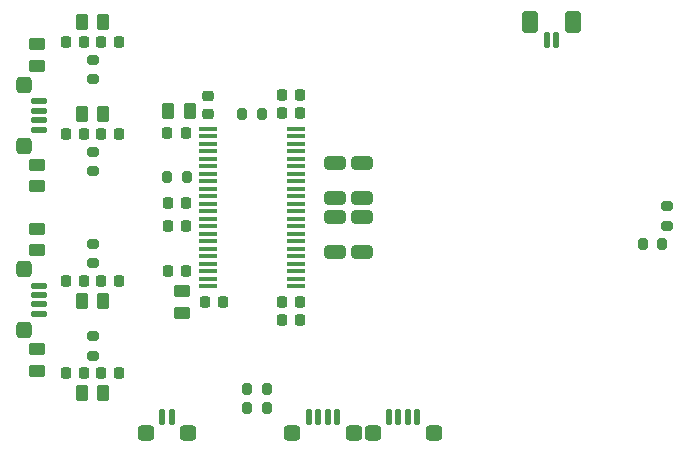
<source format=gbr>
%TF.GenerationSoftware,KiCad,Pcbnew,8.0.4*%
%TF.CreationDate,2024-08-11T01:12:06+02:00*%
%TF.ProjectId,PowerAmplifier,506f7765-7241-46d7-906c-69666965722e,rev?*%
%TF.SameCoordinates,Original*%
%TF.FileFunction,Paste,Top*%
%TF.FilePolarity,Positive*%
%FSLAX46Y46*%
G04 Gerber Fmt 4.6, Leading zero omitted, Abs format (unit mm)*
G04 Created by KiCad (PCBNEW 8.0.4) date 2024-08-11 01:12:06*
%MOMM*%
%LPD*%
G01*
G04 APERTURE LIST*
G04 Aperture macros list*
%AMRoundRect*
0 Rectangle with rounded corners*
0 $1 Rounding radius*
0 $2 $3 $4 $5 $6 $7 $8 $9 X,Y pos of 4 corners*
0 Add a 4 corners polygon primitive as box body*
4,1,4,$2,$3,$4,$5,$6,$7,$8,$9,$2,$3,0*
0 Add four circle primitives for the rounded corners*
1,1,$1+$1,$2,$3*
1,1,$1+$1,$4,$5*
1,1,$1+$1,$6,$7*
1,1,$1+$1,$8,$9*
0 Add four rect primitives between the rounded corners*
20,1,$1+$1,$2,$3,$4,$5,0*
20,1,$1+$1,$4,$5,$6,$7,0*
20,1,$1+$1,$6,$7,$8,$9,0*
20,1,$1+$1,$8,$9,$2,$3,0*%
G04 Aperture macros list end*
%ADD10RoundRect,0.200000X0.200000X0.275000X-0.200000X0.275000X-0.200000X-0.275000X0.200000X-0.275000X0*%
%ADD11RoundRect,0.200000X-0.275000X0.200000X-0.275000X-0.200000X0.275000X-0.200000X0.275000X0.200000X0*%
%ADD12RoundRect,0.200000X-0.200000X-0.275000X0.200000X-0.275000X0.200000X0.275000X-0.200000X0.275000X0*%
%ADD13RoundRect,0.250000X0.262500X0.450000X-0.262500X0.450000X-0.262500X-0.450000X0.262500X-0.450000X0*%
%ADD14RoundRect,0.200000X0.275000X-0.200000X0.275000X0.200000X-0.275000X0.200000X-0.275000X-0.200000X0*%
%ADD15RoundRect,0.225000X0.225000X0.250000X-0.225000X0.250000X-0.225000X-0.250000X0.225000X-0.250000X0*%
%ADD16RoundRect,0.250000X0.450000X-0.262500X0.450000X0.262500X-0.450000X0.262500X-0.450000X-0.262500X0*%
%ADD17RoundRect,0.125000X-0.525000X0.125000X-0.525000X-0.125000X0.525000X-0.125000X0.525000X0.125000X0*%
%ADD18RoundRect,0.325000X-0.325000X0.375000X-0.325000X-0.375000X0.325000X-0.375000X0.325000X0.375000X0*%
%ADD19RoundRect,0.225000X-0.225000X-0.250000X0.225000X-0.250000X0.225000X0.250000X-0.225000X0.250000X0*%
%ADD20RoundRect,0.125000X-0.125000X-0.525000X0.125000X-0.525000X0.125000X0.525000X-0.125000X0.525000X0*%
%ADD21RoundRect,0.325000X-0.375000X-0.325000X0.375000X-0.325000X0.375000X0.325000X-0.375000X0.325000X0*%
%ADD22RoundRect,0.250000X0.650000X-0.325000X0.650000X0.325000X-0.650000X0.325000X-0.650000X-0.325000X0*%
%ADD23RoundRect,0.250000X-0.450000X0.262500X-0.450000X-0.262500X0.450000X-0.262500X0.450000X0.262500X0*%
%ADD24RoundRect,0.250000X-0.650000X0.325000X-0.650000X-0.325000X0.650000X-0.325000X0.650000X0.325000X0*%
%ADD25RoundRect,0.225000X0.250000X-0.225000X0.250000X0.225000X-0.250000X0.225000X-0.250000X-0.225000X0*%
%ADD26R,1.600000X0.400000*%
%ADD27RoundRect,0.125000X0.125000X0.525000X-0.125000X0.525000X-0.125000X-0.525000X0.125000X-0.525000X0*%
%ADD28RoundRect,0.350000X0.350000X0.600000X-0.350000X0.600000X-0.350000X-0.600000X0.350000X-0.600000X0*%
G04 APERTURE END LIST*
D10*
%TO.C,TH1*%
X110825000Y-92100000D03*
X109175000Y-92100000D03*
%TD*%
D11*
%TO.C,R23*%
X96500000Y-103075000D03*
X96500000Y-104725000D03*
%TD*%
D12*
%TO.C,R38*%
X143075000Y-103100000D03*
X144725000Y-103100000D03*
%TD*%
D13*
%TO.C,R21*%
X97412500Y-115700000D03*
X95587500Y-115700000D03*
%TD*%
%TO.C,R24*%
X97412500Y-107900000D03*
X95587500Y-107900000D03*
%TD*%
D14*
%TO.C,R22*%
X96500000Y-112525000D03*
X96500000Y-110875000D03*
%TD*%
D15*
%TO.C,C39*%
X95775000Y-114000000D03*
X94225000Y-114000000D03*
%TD*%
%TO.C,C36*%
X114075000Y-109500000D03*
X112525000Y-109500000D03*
%TD*%
D16*
%TO.C,R9*%
X91800000Y-98212500D03*
X91800000Y-96387500D03*
%TD*%
D15*
%TO.C,C8*%
X114075000Y-92000000D03*
X112525000Y-92000000D03*
%TD*%
D17*
%TO.C,J2*%
X92000000Y-93400000D03*
X92000000Y-92600000D03*
X92000000Y-91800000D03*
X92000000Y-91000000D03*
D18*
X90700000Y-89600000D03*
X90700000Y-94800000D03*
%TD*%
D16*
%TO.C,R19*%
X104100000Y-108912500D03*
X104100000Y-107087500D03*
%TD*%
D11*
%TO.C,R39*%
X145100000Y-99875000D03*
X145100000Y-101525000D03*
%TD*%
D17*
%TO.C,J6*%
X92000000Y-109000000D03*
X92000000Y-108200000D03*
X92000000Y-107400000D03*
X92000000Y-106600000D03*
D18*
X90700000Y-105200000D03*
X90700000Y-110400000D03*
%TD*%
D15*
%TO.C,C3*%
X95775000Y-86000000D03*
X94225000Y-86000000D03*
%TD*%
%TO.C,C41*%
X95775000Y-106200000D03*
X94225000Y-106200000D03*
%TD*%
%TO.C,C1*%
X95775000Y-93800000D03*
X94225000Y-93800000D03*
%TD*%
D13*
%TO.C,R1*%
X97412500Y-92100000D03*
X95587500Y-92100000D03*
%TD*%
D19*
%TO.C,C22*%
X102875000Y-101600000D03*
X104425000Y-101600000D03*
%TD*%
D14*
%TO.C,R3*%
X96500000Y-89125000D03*
X96500000Y-87475000D03*
%TD*%
D20*
%TO.C,J14*%
X124000000Y-117750000D03*
X123200000Y-117750000D03*
X122400000Y-117750000D03*
X121600000Y-117750000D03*
D21*
X120200000Y-119050000D03*
X125400000Y-119050000D03*
%TD*%
D22*
%TO.C,C25*%
X119300000Y-103775000D03*
X119300000Y-100825000D03*
%TD*%
D15*
%TO.C,C37*%
X114075000Y-108000000D03*
X112525000Y-108000000D03*
%TD*%
%TO.C,C6*%
X104375000Y-93700000D03*
X102825000Y-93700000D03*
%TD*%
D20*
%TO.C,J10*%
X117200000Y-117750000D03*
X116400000Y-117750000D03*
X115600000Y-117750000D03*
X114800000Y-117750000D03*
D21*
X113400000Y-119050000D03*
X118600000Y-119050000D03*
%TD*%
D23*
%TO.C,R15*%
X91800000Y-101787500D03*
X91800000Y-103612500D03*
%TD*%
D19*
%TO.C,C34*%
X102875000Y-105400000D03*
X104425000Y-105400000D03*
%TD*%
D15*
%TO.C,C9*%
X114075000Y-90500000D03*
X112525000Y-90500000D03*
%TD*%
D23*
%TO.C,R7*%
X91800000Y-86187500D03*
X91800000Y-88012500D03*
%TD*%
D13*
%TO.C,R4*%
X97412500Y-84300000D03*
X95587500Y-84300000D03*
%TD*%
D12*
%TO.C,R40*%
X109575000Y-117000000D03*
X111225000Y-117000000D03*
%TD*%
D13*
%TO.C,R5*%
X104712500Y-91800000D03*
X102887500Y-91800000D03*
%TD*%
D15*
%TO.C,C42*%
X98775000Y-106200000D03*
X97225000Y-106200000D03*
%TD*%
D22*
%TO.C,C30*%
X117000000Y-103775000D03*
X117000000Y-100825000D03*
%TD*%
D24*
%TO.C,C20*%
X117000000Y-96225000D03*
X117000000Y-99175000D03*
%TD*%
D16*
%TO.C,R16*%
X91800000Y-113812500D03*
X91800000Y-111987500D03*
%TD*%
D19*
%TO.C,C38*%
X106025000Y-108000000D03*
X107575000Y-108000000D03*
%TD*%
D24*
%TO.C,C18*%
X119300000Y-96225000D03*
X119300000Y-99175000D03*
%TD*%
D19*
%TO.C,C21*%
X102875000Y-99650000D03*
X104425000Y-99650000D03*
%TD*%
D15*
%TO.C,C2*%
X98775000Y-93800000D03*
X97225000Y-93800000D03*
%TD*%
D25*
%TO.C,C7*%
X106300000Y-92075000D03*
X106300000Y-90525000D03*
%TD*%
D20*
%TO.C,J12*%
X103200000Y-117750000D03*
X102400000Y-117750000D03*
D21*
X101000000Y-119050000D03*
X104600000Y-119050000D03*
%TD*%
D10*
%TO.C,R42*%
X111225000Y-115400000D03*
X109575000Y-115400000D03*
%TD*%
%TO.C,R11*%
X104475000Y-97450000D03*
X102825000Y-97450000D03*
%TD*%
D26*
%TO.C,U1*%
X106250000Y-93332500D03*
X106250000Y-93967500D03*
X106250000Y-94602500D03*
X106250000Y-95237500D03*
X106250000Y-95872500D03*
X106250000Y-96507500D03*
X106250000Y-97142500D03*
X106250000Y-97777500D03*
X106250000Y-98412500D03*
X106250000Y-99047500D03*
X106250000Y-99682500D03*
X106250000Y-100317500D03*
X106250000Y-100952500D03*
X106250000Y-101587500D03*
X106250000Y-102222500D03*
X106250000Y-102857500D03*
X106250000Y-103492500D03*
X106250000Y-104127500D03*
X106250000Y-104762500D03*
X106250000Y-105397500D03*
X106250000Y-106032500D03*
X106250000Y-106667500D03*
X113750000Y-106667500D03*
X113750000Y-106032500D03*
X113750000Y-105397500D03*
X113750000Y-104762500D03*
X113750000Y-104127500D03*
X113750000Y-103492500D03*
X113750000Y-102857500D03*
X113750000Y-102222500D03*
X113750000Y-101587500D03*
X113750000Y-100952500D03*
X113750000Y-100317500D03*
X113750000Y-99682500D03*
X113750000Y-99047500D03*
X113750000Y-98412500D03*
X113750000Y-97777500D03*
X113750000Y-97142500D03*
X113750000Y-96507500D03*
X113750000Y-95872500D03*
X113750000Y-95237500D03*
X113750000Y-94602500D03*
X113750000Y-93967500D03*
X113750000Y-93332500D03*
%TD*%
D15*
%TO.C,C40*%
X98775000Y-114000000D03*
X97225000Y-114000000D03*
%TD*%
D27*
%TO.C,M1*%
X134950000Y-85850000D03*
X135750000Y-85850000D03*
D28*
X137150000Y-84250000D03*
X133550000Y-84250000D03*
%TD*%
D11*
%TO.C,R2*%
X96500000Y-95275000D03*
X96500000Y-96925000D03*
%TD*%
D15*
%TO.C,C4*%
X98775000Y-86000000D03*
X97225000Y-86000000D03*
%TD*%
M02*

</source>
